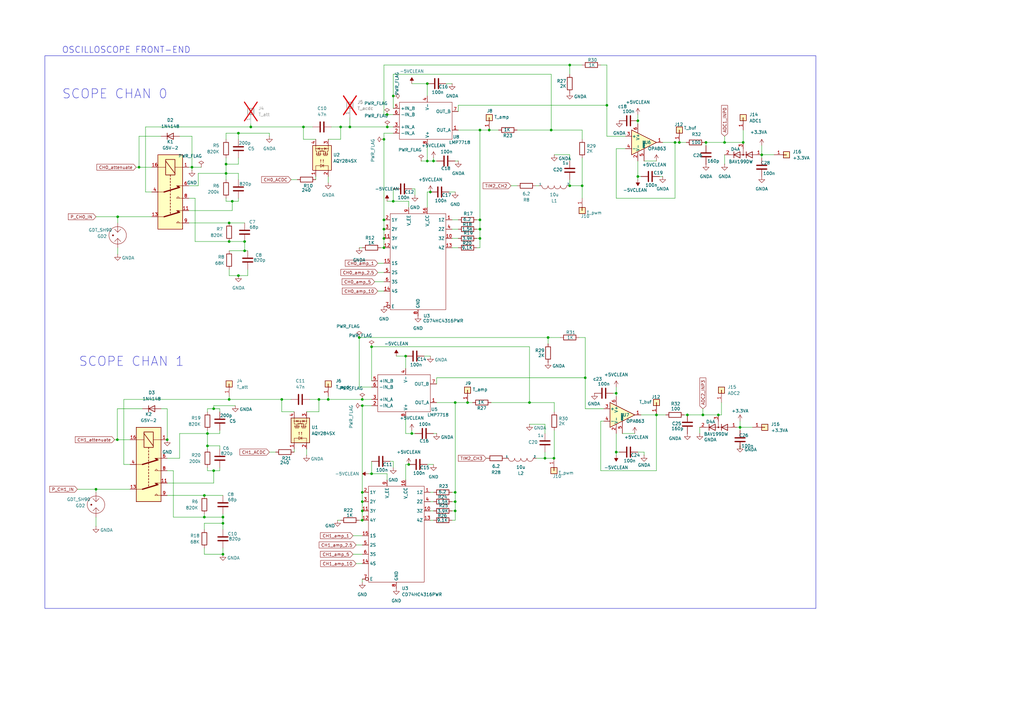
<source format=kicad_sch>
(kicad_sch (version 20250114) (generator "eeschema") (generator_version "9.0")
  (paper "A3")
  (rectangle (start 18.415 22.86) (end 334.645 249.555))
  (text "OSCILLOSCOPE FRONT-END" (at 25.4 22.098 0) (effects (font (size 2.54 2.54)) (justify left bottom)))
  (text "SCOPE CHAN 0\n" (at 25.4 40.894 0) (effects (font (size 3.81 3.81)) (justify left bottom)))
  (text "SCOPE CHAN 1" (at 32.258 150.622 0) (effects (font (size 3.81 3.81)) (justify left bottom)))
  (junction (at 304.8 58.42))
  (junction (at 261.62 49.53))
  (junction (at 167.64 190.5))
  (junction (at 93.98 99.06))
  (junction (at 39.37 200.66))
  (junction (at 85.09 182.88))
  (junction (at 157.48 90.17))
  (junction (at 233.68 26.67))
  (junction (at 91.44 212.09))
  (junction (at 157.48 57.15))
  (junction (at 134.62 163.83))
  (junction (at 196.85 90.17))
  (junction (at 92.71 71.12))
  (junction (at 161.29 39.37))
  (junction (at 83.82 212.09))
  (junction (at 157.48 101.6))
  (junction (at 130.81 163.83))
  (junction (at 48.26 88.9))
  (junction (at 186.69 165.1))
  (junction (at 83.82 203.2))
  (junction (at 196.85 53.34))
  (junction (at 100.33 102.87))
  (junction (at 115.57 163.83))
  (junction (at 85.09 177.8))
  (junction (at 48.133 180.34))
  (junction (at 161.29 82.55))
  (junction (at 158.75 46.99))
  (junction (at 87.63 167.64))
  (junction (at 196.85 93.98))
  (junction (at 186.69 201.93))
  (junction (at 176.53 78.74))
  (junction (at 148.59 201.93))
  (junction (at 294.64 170.18))
  (junction (at 157.48 97.79))
  (junction (at 157.48 93.98))
  (junction (at 102.87 52.07))
  (junction (at 166.37 146.05))
  (junction (at 93.98 91.44))
  (junction (at 139.7 52.07))
  (junction (at 175.26 34.29))
  (junction (at 191.77 165.1))
  (junction (at 152.4 194.31))
  (junction (at 289.56 58.42))
  (junction (at 252.73 161.29))
  (junction (at 288.29 170.18))
  (junction (at 148.59 213.36))
  (junction (at 68.58 180.34))
  (junction (at 281.94 170.18))
  (junction (at 148.59 209.55))
  (junction (at 87.63 193.04))
  (junction (at 303.53 175.26))
  (junction (at 100.33 99.06))
  (junction (at 240.03 154.94))
  (junction (at 186.69 209.55))
  (junction (at 217.17 165.1))
  (junction (at 224.79 138.43))
  (junction (at 223.52 187.96))
  (junction (at 91.44 214.63))
  (junction (at 227.203 187.96))
  (junction (at 297.18 58.42))
  (junction (at 124.46 52.07))
  (junction (at 97.79 113.03))
  (junction (at 248.92 43.18))
  (junction (at 158.8513 52.07))
  (junction (at 148.59 163.83))
  (junction (at 226.06 53.34))
  (junction (at 177.8 66.04))
  (junction (at 57.023 68.58))
  (junction (at 252.73 185.42))
  (junction (at 148.59 205.74))
  (junction (at 200.66 53.34))
  (junction (at 175.26 66.04))
  (junction (at 238.76 76.2))
  (junction (at 147.32 138.43))
  (junction (at 168.91 177.8))
  (junction (at 93.98 163.83))
  (junction (at 91.44 227.33))
  (junction (at 196.85 97.79))
  (junction (at 276.86 58.42))
  (junction (at 148.59 166.37))
  (junction (at 186.69 205.74))
  (junction (at 78.74 68.58))
  (junction (at 143.51 52.07))
  (junction (at 97.79 54.61))
  (junction (at 92.71 67.31))
  (junction (at 261.62 72.39))
  (junction (at 269.24 170.18))
  (junction (at 278.638 58.42))
  (junction (at 95.25 82.55))
  (junction (at 152.4 142.24))
  (junction (at 312.42 63.5))
  (junction (at 233.68 76.2))
  (wire (pts (xy 83.82 214.63) (xy 91.44 214.63)))
  (wire (pts (xy 162.56 146.05) (xy 166.37 146.05)))
  (wire (pts (xy 186.69 165.1) (xy 191.77 165.1)))
  (wire (pts (xy 179.07 165.1) (xy 186.69 165.1)))
  (wire (pts (xy 252.73 60.96) (xy 252.73 81.28)))
  (wire (pts (xy 125.73 184.15) (xy 125.73 186.69)))
  (wire (pts (xy 80.01 81.28) (xy 80.01 99.06)))
  (wire (pts (xy 87.63 167.64) (xy 90.17 167.64)))
  (wire (pts (xy 186.69 66.04) (xy 187.96 66.04)))
  (wire (pts (xy 92.71 71.12) (xy 92.71 67.31)))
  (wire (pts (xy 223.52 185.42) (xy 223.52 187.96)))
  (wire (pts (xy 196.85 53.34) (xy 200.66 53.34)))
  (wire (pts (xy 186.69 165.1) (xy 186.69 201.93)))
  (wire (pts (xy 31.75 200.66) (xy 39.37 200.66)))
  (wire (pts (xy 227.33 187.96) (xy 227.33 176.53)))
  (wire (pts (xy 83.82 227.33) (xy 91.44 227.33)))
  (wire (pts (xy 166.37 190.5) (xy 167.64 190.5)))
  (wire (pts (xy 85.09 193.04) (xy 85.09 191.77)))
  (wire (pts (xy 48.2346 104.267) (xy 48.26 101.6)))
  (wire (pts (xy 224.79 138.43) (xy 224.79 140.97)))
  (wire (pts (xy 77.47 81.28) (xy 80.01 81.28)))
  (wire (pts (xy 289.56 58.42) (xy 297.18 58.42)))
  (wire (pts (xy 115.57 163.83) (xy 119.38 163.83)))
  (wire (pts (xy 227.203 187.96) (xy 223.52 187.96)))
  (wire (pts (xy 148.59 201.93) (xy 148.59 205.74)))
  (wire (pts (xy 73.66 55.88) (xy 78.74 55.88)))
  (wire (pts (xy 85.09 182.88) (xy 90.17 182.88)))
  (wire (pts (xy 168.91 34.29) (xy 175.26 34.29)))
  (wire (pts (xy 176.53 205.74) (xy 177.8 205.74)))
  (wire (pts (xy 91.44 214.63) (xy 91.44 217.17)))
  (wire (pts (xy 227.33 187.96) (xy 227.203 187.96)))
  (wire (pts (xy 93.98 110.49) (xy 93.98 113.03)))
  (wire (pts (xy 81.28 76.2) (xy 81.28 71.12)))
  (wire (pts (xy 227.33 63.5) (xy 233.68 63.5)))
  (wire (pts (xy 297.18 55.88) (xy 297.18 58.42)))
  (wire (pts (xy 212.09 53.34) (xy 226.06 53.34)))
  (wire (pts (xy 289.052 58.42) (xy 289.56 58.42)))
  (wire (pts (xy 166.37 177.8) (xy 166.37 171.45)))
  (wire (pts (xy 303.53 172.72) (xy 303.53 175.26)))
  (wire (pts (xy 90.17 191.77) (xy 90.17 193.04)))
  (wire (pts (xy 68.58 180.34) (xy 68.58 167.64)))
  (wire (pts (xy 175.26 78.74) (xy 175.26 85.09)))
  (wire (pts (xy 110.49 185.42) (xy 113.03 185.42)))
  (wire (pts (xy 295.91 165.1) (xy 295.91 170.18)))
  (wire (pts (xy 233.68 63.5) (xy 233.68 66.04)))
  (wire (pts (xy 151.13 194.31) (xy 152.4 194.31)))
  (wire (pts (xy 252.73 161.29) (xy 252.73 162.56)))
  (wire (pts (xy 161.29 189.23) (xy 161.29 191.77)))
  (wire (pts (xy 248.92 26.67) (xy 248.92 43.18)))
  (wire (pts (xy 87.63 167.64) (xy 87.63 166.37)))
  (wire (pts (xy 129.54 72.39) (xy 129.54 73.66)))
  (wire (pts (xy 138.43 213.36) (xy 139.7 213.36)))
  (wire (pts (xy 77.47 91.44) (xy 93.98 91.44)))
  (wire (pts (xy 91.44 227.33) (xy 91.44 224.79)))
  (wire (pts (xy 144.78 219.71) (xy 148.59 219.71)))
  (wire (pts (xy 185.42 97.79) (xy 187.96 97.79)))
  (wire (pts (xy 261.62 72.39) (xy 261.62 73.66)))
  (wire (pts (xy 303.53 175.26) (xy 303.53 176.53)))
  (wire (pts (xy 252.73 185.42) (xy 254 185.42)))
  (wire (pts (xy 83.82 224.79) (xy 83.82 227.33)))
  (wire (pts (xy 175.26 34.29) (xy 175.26 39.37)))
  (wire (pts (xy 312.42 63.5) (xy 312.42 64.77)))
  (wire (pts (xy 152.4 166.37) (xy 148.59 166.37)))
  (wire (pts (xy 158.8513 52.07) (xy 161.29 52.07)))
  (wire (pts (xy 312.42 63.5) (xy 317.5 63.5)))
  (wire (pts (xy 92.71 64.77) (xy 92.71 67.31)))
  (wire (pts (xy 59.69 78.74) (xy 59.69 52.07)))
  (wire (pts (xy 100.33 102.87) (xy 100.33 99.06)))
  (wire (pts (xy 179.07 154.94) (xy 179.07 157.48)))
  (wire (pts (xy 77.47 86.36) (xy 95.25 86.36)))
  (wire (pts (xy 153.67 115.57) (xy 157.48 115.57)))
  (wire (pts (xy 185.42 34.29) (xy 182.88 34.29)))
  (wire (pts (xy 246.38 26.67) (xy 248.92 26.67)))
  (wire (pts (xy 185.42 93.98) (xy 187.96 93.98)))
  (wire (pts (xy 158.75 194.31) (xy 158.75 196.85)))
  (wire (pts (xy 95.25 86.36) (xy 95.25 82.55)))
  (wire (pts (xy 186.69 201.93) (xy 186.69 205.74)))
  (wire (pts (xy 209.55 76.2) (xy 212.09 76.2)))
  (wire (pts (xy 48.26 88.9) (xy 62.23 88.9)))
  (wire (pts (xy 271.78 58.42) (xy 276.86 58.42)))
  (wire (pts (xy 135.89 52.07) (xy 139.7 52.07)))
  (wire (pts (xy 157.48 26.67) (xy 157.48 46.99)))
  (wire (pts (xy 102.87 52.07) (xy 102.87 50.8)))
  (wire (pts (xy 48.133 167.64) (xy 58.42 167.64)))
  (wire (pts (xy 196.85 53.34) (xy 196.85 90.17)))
  (wire (pts (xy 256.54 60.96) (xy 252.73 60.96)))
  (wire (pts (xy 175.26 66.04) (xy 177.8 66.04)))
  (wire (pts (xy 187.96 43.18) (xy 187.96 45.72)))
  (wire (pts (xy 50.8 163.83) (xy 93.98 163.83)))
  (wire (pts (xy 252.73 177.8) (xy 252.73 185.42)))
  (wire (pts (xy 157.48 46.99) (xy 158.75 46.99)))
  (wire (pts (xy 152.4 194.31) (xy 158.75 194.31)))
  (wire (pts (xy 246.38 172.72) (xy 246.38 193.04)))
  (wire (pts (xy 129.54 57.15) (xy 124.46 57.15)))
  (wire (pts (xy 48.133 180.34) (xy 48.133 167.64)))
  (wire (pts (xy 276.86 58.42) (xy 278.638 58.42)))
  (wire (pts (xy 57.023 68.58) (xy 57.023 55.88)))
  (wire (pts (xy 120.65 168.91) (xy 115.57 168.91)))
  (wire (pts (xy 168.91 177.8) (xy 170.18 177.8)))
  (wire (pts (xy 233.68 76.2) (xy 238.76 76.2)))
  (wire (pts (xy 166.37 146.05) (xy 166.37 151.13)))
  (wire (pts (xy 196.85 97.79) (xy 196.85 101.6)))
  (wire (pts (xy 124.46 52.07) (xy 124.46 57.15)))
  (wire (pts (xy 91.44 214.63) (xy 91.44 212.09)))
  (wire (pts (xy 73.66 187.96) (xy 73.66 177.8)))
  (wire (pts (xy 158.75 82.55) (xy 161.29 82.55)))
  (wire (pts (xy 186.69 209.55) (xy 186.69 213.36)))
  (wire (pts (xy 57.023 68.58) (xy 62.23 68.58)))
  (wire (pts (xy 269.24 193.04) (xy 269.24 170.18)))
  (wire (pts (xy 199.39 187.96) (xy 199.644 187.96)))
  (wire (pts (xy 83.82 210.82) (xy 83.82 212.09)))
  (wire (pts (xy 264.16 185.42) (xy 264.16 186.69)))
  (wire (pts (xy 154.94 119.38) (xy 157.48 119.38)))
  (wire (pts (xy 161.29 82.55) (xy 167.64 82.55)))
  (wire (pts (xy 281.94 170.18) (xy 288.29 170.18)))
  (wire (pts (xy 97.79 54.61) (xy 97.79 57.15)))
  (wire (pts (xy 93.98 99.06) (xy 80.01 99.06)))
  (wire (pts (xy 157.48 57.15) (xy 157.48 90.17)))
  (wire (pts (xy 158.75 46.99) (xy 161.29 46.99)))
  (wire (pts (xy 68.58 193.04) (xy 71.12 193.04)))
  (wire (pts (xy 186.69 213.36) (xy 185.42 213.36)))
  (wire (pts (xy 157.48 54.61) (xy 157.48 57.15)))
  (wire (pts (xy 39.37 88.9) (xy 48.26 88.9)))
  (wire (pts (xy 166.37 190.5) (xy 166.37 196.85)))
  (wire (pts (xy 134.62 163.83) (xy 148.59 163.83)))
  (wire (pts (xy 219.964 187.96) (xy 223.52 187.96)))
  (wire (pts (xy 185.42 201.93) (xy 186.69 201.93)))
  (wire (pts (xy 224.79 138.43) (xy 229.87 138.43)))
  (wire (pts (xy 238.76 76.2) (xy 238.76 81.28)))
  (wire (pts (xy 55.88 68.58) (xy 57.023 68.58)))
  (wire (pts (xy 92.71 71.12) (xy 97.79 71.12)))
  (wire (pts (xy 68.58 198.12) (xy 87.63 198.12)))
  (wire (pts (xy 289.56 59.69) (xy 289.56 58.42)))
  (wire (pts (xy 85.09 177.8) (xy 85.09 182.88)))
  (wire (pts (xy 223.52 173.99) (xy 217.17 173.99)))
  (wire (pts (xy 148.59 237.49) (xy 148.59 238.76)))
  (wire (pts (xy 85.09 184.15) (xy 85.09 182.88)))
  (wire (pts (xy 152.4 189.23) (xy 152.4 194.31)))
  (wire (pts (xy 39.37 200.66) (xy 39.37 201.93)))
  (wire (pts (xy 186.69 209.55) (xy 185.42 209.55)))
  (wire (pts (xy 170.18 77.47) (xy 170.18 80.01)))
  (wire (pts (xy 68.58 187.96) (xy 73.66 187.96)))
  (wire (pts (xy 303.53 184.15) (xy 303.53 182.88)))
  (wire (pts (xy 176.53 201.93) (xy 177.8 201.93)))
  (wire (pts (xy 119.38 73.66) (xy 121.92 73.66)))
  (wire (pts (xy 195.58 90.17) (xy 196.85 90.17)))
  (wire (pts (xy 187.96 43.18) (xy 248.92 43.18)))
  (wire (pts (xy 269.24 170.18) (xy 273.05 170.18)))
  (wire (pts (xy 161.29 30.48) (xy 226.06 30.48)))
  (wire (pts (xy 68.58 167.64) (xy 66.04 167.64)))
  (wire (pts (xy 46.99 180.34) (xy 48.133 180.34)))
  (wire (pts (xy 156.21 101.6) (xy 157.48 101.6)))
  (wire (pts (xy 62.23 78.74) (xy 59.69 78.74)))
  (wire (pts (xy 166.37 177.8) (xy 168.91 177.8)))
  (wire (pts (xy 85.09 168.91) (xy 85.09 167.64)))
  (wire (pts (xy 83.82 203.2) (xy 91.44 203.2)))
  (wire (pts (xy 312.42 59.69) (xy 312.42 63.5)))
  (wire (pts (xy 92.71 67.31) (xy 97.79 67.31)))
  (wire (pts (xy 168.91 77.47) (xy 170.18 77.47)))
  (wire (pts (xy 196.85 90.17) (xy 196.85 93.98)))
  (wire (pts (xy 90.17 177.8) (xy 90.17 176.53)))
  (wire (pts (xy 146.05 223.52) (xy 148.59 223.52)))
  (wire (pts (xy 252.73 186.69) (xy 252.73 185.42)))
  (wire (pts (xy 78.74 68.58) (xy 82.55 68.58)))
  (wire (pts (xy 238.76 64.77) (xy 238.76 76.2)))
  (wire (pts (xy 271.78 72.39) (xy 270.51 72.39)))
  (wire (pts (xy 48.26 88.9) (xy 48.26 91.44)))
  (wire (pts (xy 127 163.83) (xy 130.81 163.83)))
  (wire (pts (xy 91.44 212.09) (xy 91.44 210.82)))
  (wire (pts (xy 48.133 180.34) (xy 53.34 180.34)))
  (wire (pts (xy 148.59 163.83) (xy 152.4 163.83)))
  (wire (pts (xy 143.51 48.26) (xy 143.51 52.07)))
  (wire (pts (xy 177.8 64.77) (xy 177.8 66.04)))
  (wire (pts (xy 185.42 205.74) (xy 186.69 205.74)))
  (wire (pts (xy 147.32 101.6) (xy 148.59 101.6)))
  (wire (pts (xy 303.53 175.26) (xy 308.61 175.26)))
  (wire (pts (xy 238.76 26.67) (xy 233.68 26.67)))
  (wire (pts (xy 97.79 113.03) (xy 101.6 113.03)))
  (wire (pts (xy 92.71 54.61) (xy 97.79 54.61)))
  (wire (pts (xy 134.62 57.15) (xy 139.7 57.15)))
  (wire (pts (xy 85.09 177.8) (xy 90.17 177.8)))
  (wire (pts (xy 147.32 138.43) (xy 147.32 158.75)))
  (wire (pts (xy 179.07 154.94) (xy 240.03 154.94)))
  (wire (pts (xy 161.29 39.37) (xy 161.29 30.48)))
  (wire (pts (xy 101.6 113.03) (xy 101.6 110.49)))
  (wire (pts (xy 97.79 54.61) (xy 110.49 54.61)))
  (wire (pts (xy 261.62 72.39) (xy 262.89 72.39)))
  (wire (pts (xy 93.98 113.03) (xy 97.79 113.03)))
  (wire (pts (xy 176.53 209.55) (xy 177.8 209.55)))
  (wire (pts (xy 90.17 193.04) (xy 87.63 193.04)))
  (wire (pts (xy 95.25 82.55) (xy 92.71 82.55)))
  (wire (pts (xy 240.03 138.43) (xy 240.03 154.94)))
  (wire (pts (xy 248.92 43.18) (xy 248.92 55.88)))
  (wire (pts (xy 227.33 165.1) (xy 217.17 165.1)))
  (wire (pts (xy 161.29 77.47) (xy 161.29 82.55)))
  (wire (pts (xy 78.74 68.58) (xy 77.47 68.58)))
  (wire (pts (xy 261.62 46.99) (xy 261.62 49.53)))
  (wire (pts (xy 147.32 158.75) (xy 152.4 158.75)))
  (wire (pts (xy 238.76 57.15) (xy 238.76 53.34)))
  (wire (pts (xy 92.71 71.12) (xy 92.71 73.66)))
  (wire (pts (xy 201.422 165.1) (xy 217.17 165.1)))
  (wire (pts (xy 93.98 99.06) (xy 100.33 99.06)))
  (wire (pts (xy 227.33 168.91) (xy 227.33 165.1)))
  (wire (pts (xy 157.48 26.67) (xy 233.68 26.67)))
  (wire (pts (xy 85.09 177.8) (xy 85.09 176.53)))
  (wire (pts (xy 219.71 76.2) (xy 220.98 76.2)))
  (wire (pts (xy 57.023 55.88) (xy 66.04 55.88)))
  (wire (pts (xy 73.66 177.8) (xy 85.09 177.8)))
  (wire (pts (xy 81.28 71.12) (xy 92.71 71.12)))
  (wire (pts (xy 217.17 142.24) (xy 217.17 165.1)))
  (wire (pts (xy 191.77 165.1) (xy 193.802 165.1)))
  (wire (pts (xy 240.03 154.94) (xy 240.03 167.64)))
  (wire (pts (xy 87.63 166.37) (xy 96.52 166.37)))
  (wire (pts (xy 139.7 52.07) (xy 143.51 52.07)))
  (wire (pts (xy 90.17 182.88) (xy 90.17 184.15)))
  (wire (pts (xy 120.65 184.15) (xy 120.65 185.42)))
  (wire (pts (xy 92.71 82.55) (xy 92.71 81.28)))
  (wire (pts (xy 161.29 54.61) (xy 157.48 54.61)))
  (wire (pts (xy 196.85 101.6) (xy 195.58 101.6)))
  (wire (pts (xy 83.82 217.17) (xy 83.82 214.63)))
  (wire (pts (xy 83.82 212.09) (xy 71.12 212.09)))
  (wire (pts (xy 185.42 90.17) (xy 187.96 90.17)))
  (wire (pts (xy 281.432 58.42) (xy 278.638 58.42)))
  (wire (pts (xy 200.66 53.34) (xy 204.47 53.34)))
  (wire (pts (xy 185.42 101.6) (xy 187.96 101.6)))
  (wire (pts (xy 147.32 138.43) (xy 224.79 138.43)))
  (wire (pts (xy 172.72 66.04) (xy 175.26 66.04)))
  (wire (pts (xy 261.62 49.53) (xy 261.62 50.8)))
  (wire (pts (xy 186.69 78.74) (xy 184.15 78.74)))
  (wire (pts (xy 223.52 177.8) (xy 223.52 173.99)))
  (wire (pts (xy 130.81 163.83) (xy 134.62 163.83)))
  (wire (pts (xy 288.29 170.18) (xy 294.64 170.18)))
  (wire (pts (xy 262.89 170.18) (xy 269.24 170.18)))
  (wire (pts (xy 195.58 93.98) (xy 196.85 93.98)))
  (wire (pts (xy 297.18 67.31) (xy 297.18 63.5)))
  (wire (pts (xy 92.71 54.61) (xy 92.71 57.15)))
  (wire (pts (xy 187.96 53.34) (xy 196.85 53.34)))
  (wire (pts (xy 196.85 97.79) (xy 195.58 97.79)))
  (wire (pts (xy 152.4 156.21) (xy 152.4 142.24)))
  (wire (pts (xy 160.02 189.23) (xy 161.29 189.23)))
  (wire (pts (xy 233.68 26.67) (xy 233.68 30.48)))
  (wire (pts (xy 125.73 168.91) (xy 130.81 168.91)))
  (wire (pts (xy 147.32 213.36) (xy 148.59 213.36)))
  (wire (pts (xy 87.63 193.04) (xy 85.09 193.04)))
  (wire (pts (xy 261.62 66.04) (xy 261.62 72.39)))
  (wire (pts (xy 85.09 167.64) (xy 87.63 167.64)))
  (wire (pts (xy 269.24 66.04) (xy 264.16 66.04)))
  (wire (pts (xy 93.98 163.83) (xy 115.57 163.83)))
  (wire (pts (xy 78.74 55.88) (xy 78.74 68.58)))
  (wire (pts (xy 97.79 81.28) (xy 97.79 82.55)))
  (wire (pts (xy 287.02 177.8) (xy 287.02 175.26)))
  (wire (pts (xy 146.05 231.14) (xy 148.59 231.14)))
  (wire (pts (xy 148.59 166.37) (xy 148.59 201.93)))
  (wire (pts (xy 248.92 55.88) (xy 256.54 55.88)))
  (wire (pts (xy 167.64 82.55) (xy 167.64 85.09)))
  (wire (pts (xy 110.49 54.61) (xy 110.49 55.88)))
  (wire (pts (xy 90.17 167.64) (xy 90.17 168.91)))
  (wire (pts (xy 39.37 212.09) (xy 39.37 215.9)))
  (wire (pts (xy 97.79 82.55) (xy 95.25 82.55)))
  (wire (pts (xy 176.53 213.36) (xy 177.8 213.36)))
  (wire (pts (xy 177.8 177.8) (xy 179.07 177.8)))
  (wire (pts (xy 97.79 71.12) (xy 97.79 73.66)))
  (wire (pts (xy 175.26 78.74) (xy 176.53 78.74)))
  (wire (pts (xy 304.8 53.34) (xy 304.8 58.42)))
  (wire (pts (xy 302.26 175.26) (xy 303.53 175.26)))
  (wire (pts (xy 39.37 200.66) (xy 53.34 200.66)))
  (wire (pts (xy 139.7 57.15) (xy 139.7 52.07)))
  (wire (pts (xy 247.65 172.72) (xy 246.38 172.72)))
  (wire (pts (xy 93.98 102.87) (xy 100.33 102.87)))
  (wire (pts (xy 157.48 93.98) (xy 157.48 97.79)))
  (wire (pts (xy 255.27 177.8) (xy 260.35 177.8)))
  (wire (pts (xy 297.18 58.42) (xy 304.8 58.42)))
  (wire (pts (xy 251.46 161.29) (xy 252.73 161.29)))
  (wire (pts (xy 53.34 190.5) (xy 50.8 190.5)))
  (wire (pts (xy 59.69 52.07) (xy 102.87 52.07)))
  (wire (pts (xy 237.49 138.43) (xy 240.03 138.43)))
  (wire (pts (xy 50.8 190.5) (xy 50.8 163.83)))
  (wire (pts (xy 68.58 203.2) (xy 83.82 203.2)))
  (wire (pts (xy 177.8 66.04) (xy 179.07 66.04)))
  (wire (pts (xy 246.38 193.04) (xy 269.24 193.04)))
  (wire (pts (xy 176.53 146.05) (xy 173.99 146.05)))
  (wire (pts (xy 148.59 209.55) (xy 148.59 213.36)))
  (wire (pts (xy 252.73 81.28) (xy 276.86 81.28)))
  (wire (pts (xy 261.62 185.42) (xy 264.16 185.42)))
  (wire (pts (xy 252.73 158.75) (xy 252.73 161.29)))
  (wire (pts (xy 102.87 52.07) (xy 124.46 52.07)))
  (wire (pts (xy 240.03 167.64) (xy 247.65 167.64)))
  (wire (pts (xy 71.12 193.04) (xy 71.12 212.09)))
  (wire (pts (xy 175.26 66.04) (xy 175.26 59.69)))
  (wire (pts (xy 161.29 44.45) (xy 161.29 39.37)))
  (wire (pts (xy 97.79 67.31) (xy 97.79 64.77)))
  (wire (pts (xy 130.81 168.91) (xy 130.81 163.83)))
  (wire (pts (xy 148.59 205.74) (xy 148.59 209.55)))
  (wire (pts (xy 294.64 170.18) (xy 295.91 170.18)))
  (wire (pts (xy 157.48 90.17) (xy 157.48 93.98)))
  (wire (pts (xy 93.98 163.83) (xy 93.98 162.56)))
  (wire (pts (xy 134.62 163.83) (xy 134.62 162.56)))
  (wire (pts (xy 157.48 97.79) (xy 157.48 101.6)))
  (wire (pts (xy 226.06 30.48) (xy 226.06 53.34)))
  (wire (pts (xy 288.29 167.64) (xy 288.29 170.18)))
  (wire (pts (xy 100.33 102.87) (xy 101.6 102.87)))
  (wire (pts (xy 276.86 58.42) (xy 276.86 81.28)))
  (wire (pts (xy 186.69 205.74) (xy 186.69 209.55)))
  (wire (pts (xy 281.94 170.18) (xy 280.67 170.18)))
  (wire (pts (xy 78.74 69.85) (xy 78.74 68.58)))
  (wire (pts (xy 143.51 52.07) (xy 158.8513 52.07)))
  (wire (pts (xy 154.94 111.76) (xy 157.48 111.76)))
  (wire (pts (xy 168.91 176.53) (xy 168.91 177.8)))
  (wire (pts (xy 177.8 190.5) (xy 175.26 190.5)))
  (wire (pts (xy 152.4 142.24) (xy 217.17 142.24)))
  (wire (pts (xy 124.46 52.07) (xy 128.27 52.07)))
  (wire (pts (xy 83.82 212.09) (xy 91.44 212.09)))
  (wire (pts (xy 144.78 227.33) (xy 148.59 227.33)))
  (wire (pts (xy 134.62 72.39) (xy 134.62 74.93)))
  (wire (pts (xy 233.68 73.66) (xy 233.68 76.2)))
  (wire (pts (xy 196.85 93.98) (xy 196.85 97.79)))
  (wire (pts (xy 115.57 168.91) (xy 115.57 163.83)))
  (wire (pts (xy 154.94 107.95) (xy 157.48 107.95)))
  (wire (pts (xy 238.76 53.34) (xy 226.06 53.34)))
  (wire (pts (xy 87.63 198.12) (xy 87.63 193.04)))
  (wire (pts (xy 93.98 91.44) (xy 100.33 91.44)))
  (wire (pts (xy 77.47 76.2) (xy 81.28 76.2)))
  (global_label "CH1_amp_1" (shape input) (at 144.78 219.71 180) (property "Intersheetrefs" "${INTERSHEET_REFS}" (effects (hide yes))))
  (global_label "P_CH0_IN" (shape input) (at 39.37 88.9 180) (property "Intersheetrefs" "${INTERSHEET_REFS}" (effects (hide yes))))
  (global_label "ADC1_INP0" (shape input) (at 297.18 55.88 90) (property "Intersheetrefs" "${INTERSHEET_REFS}" (effects (hide yes))))
  (global_label "CH1_attenuate" (shape input) (at 46.99 180.34 180) (property "Intersheetrefs" "${INTERSHEET_REFS}" (effects (hide yes))))
  (global_label "CH0_ACDC" (shape input) (at 119.38 73.66 180) (property "Intersheetrefs" "${INTERSHEET_REFS}" (effects (hide yes))))
  (global_label "CH1_ACDC" (shape input) (at 110.49 185.42 180) (property "Intersheetrefs" "${INTERSHEET_REFS}" (effects (hide yes))))
  (global_label "CH0_amp_2.5" (shape input) (at 154.94 111.76 180) (property "Intersheetrefs" "${INTERSHEET_REFS}" (effects (hide yes))))
  (global_label "CH1_amp_5" (shape input) (at 144.78 227.33 180) (property "Intersheetrefs" "${INTERSHEET_REFS}" (effects (hide yes))))
  (global_label "CH1_amp_10" (shape input) (at 146.05 231.14 180) (property "Intersheetrefs" "${INTERSHEET_REFS}" (effects (hide yes))))
  (global_label "CH1_amp_2.5" (shape input) (at 146.05 223.52 180) (property "Intersheetrefs" "${INTERSHEET_REFS}" (effects (hide yes))))
  (global_label "CH0_attenuate" (shape input) (at 55.88 68.58 180) (property "Intersheetrefs" "${INTERSHEET_REFS}" (effects (hide yes))))
  (global_label "CH0_amp_1" (shape input) (at 154.94 107.95 180) (property "Intersheetrefs" "${INTERSHEET_REFS}" (effects (hide yes))))
  (global_label "CH0_amp_5" (shape input) (at 153.67 115.57 180) (property "Intersheetrefs" "${INTERSHEET_REFS}" (effects (hide yes))))
  (global_label "TIM2_CH2" (shape input) (at 209.55 76.2 180) (property "Intersheetrefs" "${INTERSHEET_REFS}" (effects (hide yes))))
  (global_label "CH0_amp_10" (shape input) (at 154.94 119.38 180) (property "Intersheetrefs" "${INTERSHEET_REFS}" (effects (hide yes))))
  (global_label "ADC2_INP3" (shape input) (at 288.29 167.64 90) (property "Intersheetrefs" "${INTERSHEET_REFS}" (effects (hide yes))))
  (global_label "P_CH1_IN" (shape input) (at 31.75 200.66 180) (property "Intersheetrefs" "${INTERSHEET_REFS}" (effects (hide yes))))
  (global_label "TIM2_CH3" (shape input) (at 199.39 187.96 180) (property "Intersheetrefs" "${INTERSHEET_REFS}" (effects (hide yes))))
  (symbol (lib_id "power:GND") (at 148.59 238.76 0) (unit 1)
    (property "Reference" "#PWR013" (effects (hide yes)))
    (property "Value" "GND" (at 148.59 243.84 0))
  )
  (symbol (lib_id "power:+3.3V") (at 312.42 59.69 0) (unit 1)
    (property "Reference" "#PWR040" (effects (hide yes)))
    (property "Value" "+3.3VA" (at 311.15 54.229 0))
  )
  (symbol (lib_id "power:GNDA") (at 297.18 67.31 0) (unit 1)
    (property "Reference" "#PWR050" (effects (hide yes)))
    (property "Value" "GNDA" (at 297.18 72.39 0))
  )
  (symbol (lib_id "Connector_Generic:Conn_01x01") (at 200.66 48.26 90) (unit 1)
    (property "Reference" "J8" (at 199.644 45.466 90) (effects (justify right)))
    (property "Value" "T_amp" (at 202.692 48.006 90) (effects (justify right)))
    (property "Footprint" "Connector_PinHeader_2.54mm:PinHeader_1x01_P2.54mm_Vertical" (effects (hide yes)))
  )
  (symbol (lib_id "Device:R") (at 83.82 207.01 0) (mirror x) (unit 1)
    (property "Reference" "R6" (at 81.28 205.7399 0) (effects (justify right)))
    (property "Value" "820K" (at 81.28 208.2799 0) (effects (justify right)))
    (property "Footprint" "Resistor_SMD:R_0603_1608Metric_Pad0.98x0.95mm_HandSolder" (effects (hide yes)))
  )
  (symbol (lib_id "power:GNDA") (at 97.79 113.03 0) (unit 1)
    (property "Reference" "#PWR07" (effects (hide yes)))
    (property "Value" "GNDA" (at 97.79 118.11 0))
  )
  (symbol (lib_id "Device:C") (at 179.07 34.29 90) (unit 1)
    (property "Reference" "C16" (at 181.864 35.56 90))
    (property "Value" "100n" (at 179.5272 37.846 90))
    (property "Footprint" "Capacitor_SMD:C_0603_1608Metric_Pad1.08x0.95mm_HandSolder" (effects (hide yes)))
  )
  (symbol (lib_id "power:-5V") (at 158.75 82.55 0) (unit 1)
    (property "Reference" "#PWR016" (effects (hide yes)))
    (property "Value" "-5VCLEAN" (at 158.75 77.47 0))
  )
  (symbol (lib_id "Device:R") (at 181.61 201.93 90) (unit 1)
    (property "Reference" "R23" (at 181.8894 199.4154 90))
    (property "Value" "6.2" (at 181.4322 201.7268 90))
    (property "Footprint" "Resistor_SMD:R_0603_1608Metric_Pad0.98x0.95mm_HandSolder" (effects (hide yes)))
  )
  (symbol (lib_id "power:PWR_FLAG") (at 157.48 57.15 90) (unit 1)
    (property "Reference" "#FLG06" (effects (hide yes)))
    (property "Value" "PWR_FLAG" (at 152.908 61.722 0))
  )
  (symbol (lib_id "Device:R") (at 191.77 90.17 90) (unit 1)
    (property "Reference" "R17" (at 192.0494 87.6554 90))
    (property "Value" "6.2" (at 191.5922 89.9668 90))
    (property "Footprint" "Resistor_SMD:R_0603_1608Metric_Pad0.98x0.95mm_HandSolder" (effects (hide yes)))
  )
  (symbol (lib_id "Device:R") (at 83.82 220.98 0) (mirror x) (unit 1)
    (property "Reference" "R18" (at 81.915 219.7099 0) (effects (justify right)))
    (property "Value" "68K" (at 81.915 222.2499 0) (effects (justify right)))
    (property "Footprint" "Resistor_SMD:R_0603_1608Metric_Pad0.98x0.95mm_HandSolder" (effects (hide yes)))
  )
  (symbol (lib_id "Device:R") (at 181.61 209.55 90) (unit 1)
    (property "Reference" "R25" (at 181.8894 207.3148 90))
    (property "Value" "3.9K" (at 181.61 209.55 90))
    (property "Footprint" "Resistor_SMD:R_0603_1608Metric_Pad0.98x0.95mm_HandSolder" (effects (hide yes)))
  )
  (symbol (lib_id "power:GNDA") (at 224.79 148.59 0) (unit 1)
    (property "Reference" "#PWR034" (effects (hide yes)))
    (property "Value" "GNDA" (at 229.108 150.114 0))
  )
  (symbol (lib_id "Device:C") (at 266.7 72.39 90) (unit 1)
    (property "Reference" "C19" (at 270.002 70.866 90))
    (property "Value" "100n" (at 267.1572 75.946 90))
    (property "Footprint" "Capacitor_SMD:C_0603_1608Metric_Pad1.08x0.95mm_HandSolder" (effects (hide yes)))
  )
  (symbol (lib_id "Device:R") (at 233.68 34.29 0) (unit 1)
    (property "Reference" "R27" (at 228.346 33.274 0) (effects (justify left)))
    (property "Value" "2K" (at 229.616 35.306 0) (effects (justify left)))
    (property "Footprint" "Resistor_SMD:R_0603_1608Metric_Pad0.98x0.95mm_HandSolder" (effects (hide yes)))
  )
  (symbol (lib_name "PWR_FLAG_8") (lib_id "power:PWR_FLAG") (at 158.75 46.99 0) (unit 1)
    (property "Reference" "#FLG07" (effects (hide yes)))
    (property "Value" "PWR_FLAG" (at 154.178 42.418 0))
  )
  (symbol (lib_name "-5V_5") (lib_id "power:-5V") (at 261.62 73.66 180) (unit 1)
    (property "Reference" "#PWR041" (effects (hide yes)))
    (property "Value" "-5VCLEAN" (at 255.524 77.978 0) (effects (justify right)))
  )
  (symbol (lib_id "Connector_Generic:Conn_01x01") (at 313.69 175.26 0) (unit 1)
    (property "Reference" "J16" (at 316.23 173.9899 0) (effects (justify left)))
    (property "Value" "+3.3VA" (at 316.23 176.5299 0) (effects (justify left)))
    (property "Footprint" "Connector_PinHeader_2.54mm:PinHeader_1x01_P2.54mm_Vertical" (effects (hide yes)))
  )
  (symbol (lib_id "Device:GDT_2Pin") (at 48.26 96.52 180) (unit 1)
    (property "Reference" "GD2" (at 39.878 96.901 0) (effects (justify right)))
    (property "Value" "GDT_SH90" (at 36.322 94.361 0) (effects (justify right)))
    (property "Footprint" "userfp:GDT_SH_LTF" (effects (hide yes)))
  )
  (symbol (lib_id "power:GNDA") (at 179.07 177.8 0) (unit 1)
    (property "Reference" "#PWR029" (effects (hide yes)))
    (property "Value" "GNDA" (at 183.388 179.324 0))
  )
  (symbol (lib_id "power:GNDA") (at 233.68 38.1 0) (unit 1)
    (property "Reference" "#PWR036" (effects (hide yes)))
    (property "Value" "GNDA" (at 237.998 39.624 0))
  )
  (symbol (lib_id "Relay:G5V-2") (at 69.85 78.74 270) (unit 1)
    (property "Reference" "K1" (at 69.85 58.1406 90))
    (property "Value" "G5V-2" (at 69.85 60.6806 90))
    (property "Footprint" "Relay_THT:Relay_DPDT_Omron_G5V-2" (effects (hide yes)))
    (property "Datasheet" "http://omronfs.omron.com/en_US/ecb/products/pdf/en-g5v_2.pdf" (effects (hide yes)))
  )
  (symbol (lib_id "Device:R") (at 233.68 138.43 90) (unit 1)
    (property "Reference" "R31" (at 234.0864 136.3726 90))
    (property "Value" "1K" (at 233.8832 138.4554 90))
    (property "Footprint" "Resistor_SMD:R_0603_1608Metric_Pad0.98x0.95mm_HandSolder" (effects (hide yes)))
  )
  (symbol (lib_id "Relay_SolidState:TLP3123") (at 132.08 64.77 90) (unit 1)
    (property "Reference" "U2" (at 136.652 63.4999 90) (effects (justify right)))
    (property "Value" "AQY284SX" (at 136.652 66.0399 90) (effects (justify right)))
    (property "Footprint" "Package_SO:SOP-4_3.8x4.1mm_P2.54mm" (effects (hide yes)))
    (property "Datasheet" "https://toshiba.semicon-storage.com/info/docget.jsp?did=10047&prodName=TLP3123" (effects (hide yes)))
  )
  (symbol (lib_id "power:GNDA") (at 287.02 177.8 0) (unit 1)
    (property "Reference" "#PWR048" (effects (hide yes)))
    (property "Value" "GNDA" (at 291.338 180.34 0))
  )
  (symbol (lib_id "Device:R") (at 93.98 106.68 0) (mirror x) (unit 1)
    (property "Reference" "R8" (at 92.075 105.4099 0) (effects (justify right)))
    (property "Value" "68K" (at 92.075 107.9499 0) (effects (justify right)))
    (property "Footprint" "Resistor_SMD:R_0603_1608Metric_Pad0.98x0.95mm_HandSolder" (effects (hide yes)))
  )
  (symbol (lib_id "Device:C") (at 303.53 180.34 0) (unit 1)
    (property "Reference" "C26" (at 305.054 178.562 0))
    (property "Value" "100n" (at 306.578 182.88 0))
    (property "Footprint" "Capacitor_SMD:C_0603_1608Metric_Pad1.08x0.95mm_HandSolder" (effects (hide yes)))
  )
  (symbol (lib_id "Device:R") (at 191.77 101.6 90) (unit 1)
    (property "Reference" "R20" (at 191.5922 99.7458 90))
    (property "Value" "9.1K" (at 191.5922 101.6 90))
    (property "Footprint" "Resistor_SMD:R_0603_1608Metric_Pad0.98x0.95mm_HandSolder" (effects (hide yes)))
  )
  (symbol (lib_id "Device:R") (at 285.242 58.42 90) (unit 1)
    (property "Reference" "R32" (at 285.623 55.0926 90))
    (property "Value" "100" (at 285.496 58.3946 90))
    (property "Footprint" "Resistor_SMD:R_0603_1608Metric_Pad0.98x0.95mm_HandSolder" (effects (hide yes)))
  )
  (symbol (lib_id "Device:R") (at 92.71 77.47 0) (mirror y) (unit 1)
    (property "Reference" "R6" (at 90.0176 76.1999 0) (effects (justify left)))
    (property "Value" "200k" (at 90.0176 78.7399 0) (effects (justify left)))
    (property "Footprint" "Resistor_SMD:R_0603_1608Metric_Pad0.98x0.95mm_HandSolder" (effects (hide yes)))
  )
  (symbol (lib_id "power:GNDA") (at 289.56 67.31 0) (unit 1)
    (property "Reference" "#PWR049" (effects (hide yes)))
    (property "Value" "GNDA" (at 289.56 72.39 0))
  )
  (symbol (lib_id "power:GNDA") (at 185.42 34.29 0) (unit 1)
    (property "Reference" "#PWR030" (effects (hide yes)))
    (property "Value" "GNDA" (at 185.42 39.37 0))
  )
  (symbol (lib_name "GND_8") (lib_id "power:GND") (at 186.69 78.74 0) (unit 1)
    (property "Reference" "#PWR031" (effects (hide yes)))
    (property "Value" "GND" (at 186.69 83.82 0))
  )
  (symbol (lib_id "power:GNDA") (at 96.52 166.37 0) (unit 1)
    (property "Reference" "#PWR06" (effects (hide yes)))
    (property "Value" "GNDA" (at 100.838 167.894 0))
  )
  (symbol (lib_id "Device:C") (at 91.44 220.98 0) (mirror y) (unit 1)
    (property "Reference" "C10" (at 97.282 218.948 0) (effects (justify left)))
    (property "Value" "820p" (at 98.806 220.98 0) (effects (justify left)))
    (property "Footprint" "Capacitor_SMD:C_0603_1608Metric_Pad1.08x0.95mm_HandSolder" (effects (hide yes)))
  )
  (symbol (lib_id "Device:C") (at 289.56 63.5 0) (unit 1)
    (property "Reference" "C26" (at 284.226 63.754 0) (effects (justify left)))
    (property "Value" "160p" (at 290.068 66.04 0) (effects (justify left)))
    (property "Footprint" "Capacitor_SMD:C_0603_1608Metric_Pad1.08x0.95mm_HandSolder" (effects (hide yes)))
  )
  (symbol (lib_id "Connector_Generic:Conn_01x01") (at 143.51 43.18 90) (unit 1) (dnp yes)
    (property "Reference" "J5" (at 146.558 41.9099 90) (effects (justify right)))
    (property "Value" "T_acdc" (at 146.558 44.4499 90) (effects (justify right)))
    (property "Footprint" "Connector_PinHeader_2.54mm:PinHeader_1x01_P2.54mm_Vertical" (effects (hide yes)))
  )
  (symbol (lib_id "Connector_Generic:Conn_01x01") (at 278.638 53.34 90) (unit 1)
    (property "Reference" "J12" (at 276.606 51.054 90) (effects (justify right)))
    (property "Value" "T_buf" (at 280.416 52.451 90) (effects (justify right)))
    (property "Footprint" "Connector_PinHeader_2.54mm:PinHeader_1x01_P2.54mm_Vertical" (effects (hide yes)))
  )
  (symbol (lib_id "Device:R") (at 238.76 60.96 0) (mirror x) (unit 1)
    (property "Reference" "R29" (at 240.538 59.944 0) (effects (justify left)))
    (property "Value" "2K" (at 240.538 61.976 0) (effects (justify left)))
    (property "Footprint" "Resistor_SMD:R_0603_1608Metric_Pad0.98x0.95mm_HandSolder" (effects (hide yes)))
  )
  (symbol (lib_name "GND_7") (lib_id "power:GND") (at 170.18 80.01 0) (unit 1)
    (property "Reference" "#PWR023" (effects (hide yes)))
    (property "Value" "GND" (at 170.18 85.09 0))
  )
  (symbol (lib_id "power:+5V") (at 167.64 190.5 0) (unit 1)
    (property "Reference" "#PWR020" (effects (hide yes)))
    (property "Value" "+5VCLEAN" (at 167.64 185.42 0))
  )
  (symbol (lib_name "PWR_FLAG_7") (lib_id "power:PWR_FLAG") (at 158.8513 52.07 0) (unit 1)
    (property "Reference" "#FLG08" (effects (hide yes)))
    (property "Value" "PWR_FLAG" (at 154.2793 47.498 0))
  )
  (symbol (lib_name "PWR_FLAG_9") (lib_id "power:PWR_FLAG") (at 82.55 68.58 0) (unit 1)
    (property "Reference" "#FLG01" (effects (hide yes)))
    (property "Value" "PWR_FLAG" (at 77.978 64.008 0))
  )
  (symbol (lib_id "power:GNDA") (at 39.37 215.9 0) (unit 1)
    (property "Reference" "#PWR01" (effects (hide yes)))
    (property "Value" "GNDA" (at 43.688 217.424 0))
  )
  (symbol (lib_name "GND_6") (lib_id "power:GND") (at 177.8 190.5 0) (unit 1)
    (property "Reference" "#PWR028" (effects (hide yes)))
    (property "Value" "GND" (at 177.8 195.58 0))
  )
  (symbol (lib_id "Connector_Generic:Conn_01x01") (at 269.24 165.1 90) (unit 1)
    (property "Reference" "J12" (at 267.208 162.814 90) (effects (justify right)))
    (property "Value" "T_buf" (at 262.128 164.846 90) (effects (justify right)))
    (property "Footprint" "Connector_PinHeader_2.54mm:PinHeader_1x01_P2.54mm_Vertical" (effects (hide yes)))
  )
  (symbol (lib_id "Connector_Generic:Conn_01x01") (at 102.87 45.72 90) (unit 1) (dnp yes)
    (property "Reference" "J4" (at 105.918 44.4499 90) (effects (justify right)))
    (property "Value" "T_att" (at 105.918 46.9899 90) (effects (justify right)))
    (property "Footprint" "Connector_PinHeader_2.54mm:PinHeader_1x01_P2.54mm_Vertical" (effects (hide yes)))
  )
  (symbol (lib_id "Device:R") (at 224.79 144.78 0) (unit 1)
    (property "Reference" "R29" (at 219.456 143.764 0) (effects (justify left)))
    (property "Value" "2K" (at 220.726 145.796 0) (effects (justify left)))
    (property "Footprint" "Resistor_SMD:R_0603_1608Metric_Pad0.98x0.95mm_HandSolder" (effects (hide yes)))
  )
  (symbol (lib_id "Device:C") (at 171.45 190.5 90) (unit 1)
    (property "Reference" "C15" (at 174.244 191.77 90))
    (property "Value" "100n" (at 171.9072 194.056 90))
    (property "Footprint" "Capacitor_SMD:C_0603_1608Metric_Pad1.08x0.95mm_HandSolder" (effects (hide yes)))
  )
  (symbol (lib_name "+5V_7") (lib_id "power:+5V") (at 168.91 176.53 0) (unit 1)
    (property "Reference" "#PWR022" (effects (hide yes)))
    (property "Value" "+5VCLEAN" (at 168.91 171.45 0))
  )
  (symbol (lib_id "Device:R") (at 227.33 172.72 0) (mirror x) (unit 1)
    (property "Reference" "R30" (at 229.108 171.704 0) (effects (justify left)))
    (property "Value" "2K" (at 229.108 173.736 0) (effects (justify left)))
    (property "Footprint" "Resistor_SMD:R_0603_1608Metric_Pad0.98x0.95mm_HandSolder" (effects (hide yes)))
  )
  (symbol (lib_id "Diode:1N4148") (at 62.23 167.64 0) (unit 1)
    (property "Reference" "D3" (at 62.23 161.036 0))
    (property "Value" "1N4148" (at 62.23 163.576 0))
    (property "Footprint" "Diode_THT:D_DO-35_SOD27_P7.62mm_Horizontal" (effects (hide yes)))
    (property "Datasheet" "https://assets.nexperia.com/documents/data-sheet/1N4148_1N4448.pdf" (effects (hide yes)))
  )
  (symbol (lib_id "Device:C") (at 100.33 95.25 0) (mirror y) (unit 1)
    (property "Reference" "C7" (at 104.8512 91.0336 0) (effects (justify left)))
    (property "Value" "68p" (at 106.0704 93.1672 0) (effects (justify left)))
    (property "Footprint" "Capacitor_SMD:C_0603_1608Metric_Pad1.08x0.95mm_HandSolder" (effects (hide yes)))
  )
  (symbol (lib_id "Device:R") (at 93.98 95.25 0) (mirror x) (unit 1)
    (property "Reference" "R7" (at 91.44 93.9799 0) (effects (justify right)))
    (property "Value" "820K" (at 91.44 96.5199 0) (effects (justify right)))
    (property "Footprint" "Resistor_SMD:R_0603_1608Metric_Pad0.98x0.95mm_HandSolder" (effects (hide yes)))
  )
  (symbol (lib_id "Diode:BAV199DW") (at 304.8 63.5 180) (unit 1)
    (property "Reference" "D4" (at 303.53 61.214 0) (effects (justify left)))
    (property "Value" "BAV199DW" (at 308.864 66.294 0) (effects (justify left)))
    (property "Footprint" "Package_TO_SOT_SMD:SOT-363_SC-70-6_Handsoldering" (effects (hide yes)))
    (property "Datasheet" "https://www.diodes.com/assets/Datasheets/ds30417.pdf" (effects (hide yes)))
  )
  (symbol (lib_id "Device:R") (at 242.57 26.67 90) (unit 1)
    (property "Reference" "R30" (at 242.9764 24.6126 90))
    (property "Value" "1K" (at 242.7732 26.6954 90))
    (property "Footprint" "Resistor_SMD:R_0603_1608Metric_Pad0.98x0.95mm_HandSolder" (effects (hide yes)))
  )
  (symbol (lib_name "1N4148_1") (lib_id "Diode:1N4148") (at 69.85 55.88 0) (unit 1)
    (property "Reference" "D2" (at 69.85 49.276 0))
    (property "Value" "1N4148" (at 69.85 51.816 0))
    (property "Footprint" "Diode_THT:D_DO-35_SOD27_P7.62mm_Horizontal" (effects (hide yes)))
    (property "Datasheet" "https://assets.nexperia.com/documents/data-sheet/1N4148_1N4448.pdf" (effects (hide yes)))
  )
  (symbol (lib_id "power:GNDA") (at 264.16 186.69 0) (unit 1)
    (property "Reference" "#PWR045" (effects (hide yes)))
    (property "Value" "GNDA" (at 264.16 190.754 0))
  )
  (symbol (lib_name "-5V_4") (lib_id "power:-5V") (at 168.91 34.29 0) (unit 1)
    (property "Reference" "#PWR021" (effects (hide yes)))
    (property "Value" "-5VCLEAN" (at 168.91 29.21 0))
  )
  (symbol (lib_id "power:GNDA") (at 91.44 227.33 0) (unit 1)
    (property "Reference" "#PWR05" (effects (hide yes)))
    (property "Value" "GNDA" (at 95.758 228.854 0))
  )
  (symbol (lib_id "Device:C") (at 182.88 66.04 90) (unit 1)
    (property "Reference" "C18" (at 182.88 69.088 90))
    (property "Value" "100n" (at 183.134 62.23 90))
    (property "Footprint" "Capacitor_SMD:C_0603_1608Metric_Pad1.08x0.95mm_HandSolder" (effects (hide yes)))
  )
  (symbol (lib_id "Device:C") (at 91.44 207.01 0) (mirror y) (unit 1)
    (property "Reference" "C8" (at 95.9612 202.7936 0) (effects (justify left)))
    (property "Value" "68p" (at 97.1804 204.9272 0) (effects (justify left)))
    (property "Footprint" "Capacitor_SMD:C_0603_1608Metric_Pad1.08x0.95mm_HandSolder" (effects (hide yes)))
  )
  (symbol (lib_id "Device:R") (at 181.61 205.74 90) (unit 1)
    (property "Reference" "R24" (at 181.5084 203.7842 90))
    (property "Value" "1.5K" (at 181.61 205.74 90))
    (property "Footprint" "Resistor_SMD:R_0603_1608Metric_Pad0.98x0.95mm_HandSolder" (effects (hide yes)))
  )
  (symbol (lib_name "GND_4") (lib_id "power:GND") (at 171.45 129.54 0) (unit 1)
    (property "Reference" "#PWR024" (effects (hide yes)))
    (property "Value" "GND" (at 171.45 134.62 0))
  )
  (symbol (lib_id "Device:R") (at 152.4 101.6 90) (unit 1)
    (property "Reference" "R12" (at 153.67 97.536 90) (effects (justify left)))
    (property "Value" "1K" (at 153.67 99.568 90) (effects (justify left)))
    (property "Footprint" "Resistor_SMD:R_0603_1608Metric_Pad0.98x0.95mm_HandSolder" (effects (hide yes)))
  )
  (symbol (lib_id "Device:R") (at 125.73 73.66 270) (unit 1)
    (property "Reference" "R10" (at 124.46 76.2 90) (effects (justify left)))
    (property "Value" "240" (at 123.698 77.978 90) (effects (justify left)))
    (property "Footprint" "Resistor_SMD:R_0603_1608Metric_Pad0.98x0.95mm_HandSolder" (effects (hide yes)))
  )
  (symbol (lib_id "power:GNDA") (at 134.62 74.93 0) (unit 1)
    (property "Reference" "#PWR010" (effects (hide yes)))
    (property "Value" "GNDA" (at 134.62 80.01 0))
  )
  (symbol (lib_id "power:GNDA") (at 243.84 161.29 0) (unit 1)
    (property "Reference" "#PWR037" (effects (hide yes)))
    (property "Value" "GNDA" (at 243.586 165.608 0))
  )
  (symbol (lib_id "Device:R") (at 143.51 213.36 90) (unit 1)
    (property "Reference" "R22" (at 144.78 209.296 90) (effects (justify left)))
    (property "Value" "1K" (at 144.78 211.328 90) (effects (justify left)))
    (property "Footprint" "Resistor_SMD:R_0603_1608Metric_Pad0.98x0.95mm_HandSolder" (effects (hide yes)))
  )
  (symbol (lib_name "+3.3V_1") (lib_id "power:+3.3V") (at 303.53 172.72 0) (unit 1)
    (property "Reference" "#PWR049" (effects (hide yes)))
    (property "Value" "+3.3VA" (at 303.53 168.529 0))
  )
  (symbol (lib_id "power:GNDA") (at 227.33 63.5 0) (unit 1)
    (property "Reference" "#PWR035" (effects (hide yes)))
    (property "Value" "GNDA" (at 231.648 65.024 0))
  )
  (symbol (lib_id "Device:C") (at 90.17 187.96 0) (mirror y) (unit 1)
    (property "Reference" "C6" (at 94.0308 183.8452 0) (effects (justify left)))
    (property "Value" "820p" (at 95.504 185.928 0) (effects (justify left)))
    (property "Footprint" "Capacitor_SMD:C_0603_1608Metric_Pad1.08x0.95mm_HandSolder" (effects (hide yes)))
  )
  (symbol (lib_id "Device:C") (at 170.18 146.05 90) (unit 1)
    (property "Reference" "C14" (at 172.974 147.32 90))
    (property "Value" "100n" (at 170.6372 149.606 90))
    (property "Footprint" "Capacitor_SMD:C_0603_1608Metric_Pad1.08x0.95mm_HandSolder" (effects (hide yes)))
  )
  (symbol (lib_id "Device:R") (at 191.77 97.79 90) (unit 1)
    (property "Reference" "R19" (at 192.0494 95.5548 90))
    (property "Value" "3.9K" (at 191.77 97.79 90))
    (property "Footprint" "Resistor_SMD:R_0603_1608Metric_Pad0.98x0.95mm_HandSolder" (effects (hide yes)))
  )
  (symbol (lib_id "power:GNDA") (at 187.96 66.04 0) (unit 1)
    (property "Reference" "#PWR032" (effects (hide yes)))
    (property "Value" "GNDA" (at 187.96 71.12 0))
  )
  (symbol (lib_name "PWR_FLAG_5") (lib_id "power:PWR_FLAG") (at 172.72 66.04 0) (unit 1)
    (property "Reference" "#FLG01" (effects (hide yes)))
    (property "Value" "PWR_FLAG" (at 168.148 61.468 0))
  )
  (symbol (lib_name "PWR_FLAG_4") (lib_id "power:PWR_FLAG") (at 152.4 142.24 0) (unit 1)
    (property "Reference" "#FLG05" (effects (hide yes)))
    (property "Value" "PWR_FLAG" (at 147.828 137.668 0))
  )
  (symbol (lib_name "PWR_FLAG_3") (lib_id "power:PWR_FLAG") (at 147.32 138.43 0) (unit 1)
    (property "Reference" "#FLG02" (effects (hide yes)))
    (property "Value" "PWR_FLAG" (at 142.748 133.858 0))
  )
  (symbol (lib_id "power:GNDA") (at 303.53 182.88 0) (unit 1)
    (property "Reference" "#PWR051" (effects (hide yes)))
    (property "Value" "GNDA" (at 307.848 184.404 0))
  )
  (symbol (lib_id "Device:C") (at 97.79 77.47 0) (mirror y) (unit 1)
    (property "Reference" "C6" (effects (hide yes)))
    (property "Value" "820p" (at 103.124 75.438 0) (effects (justify left)))
    (property "Footprint" "Capacitor_SMD:C_0603_1608Metric_Pad1.08x0.95mm_HandSolder" (effects (hide yes)))
  )
  (symbol (lib_name "PWR_FLAG_6") (lib_id "power:PWR_FLAG") (at 148.59 163.83 0) (unit 1)
    (property "Reference" "#FLG03" (effects (hide yes)))
    (property "Value" "PWR_FLAG" (at 144.018 159.258 0))
  )
  (symbol (lib_id "Connector_Generic:Conn_01x01") (at 191.77 160.02 90) (unit 1)
    (property "Reference" "J9" (at 190.754 157.226 90) (effects (justify right)))
    (property "Value" "T_amp" (at 193.802 159.766 90) (effects (justify right)))
    (property "Footprint" "Connector_PinHeader_2.54mm:PinHeader_1x01_P2.54mm_Vertical" (effects (hide yes)))
  )
  (symbol (lib_id "Device:C") (at 247.65 161.29 90) (unit 1)
    (property "Reference" "c23" (at 245.11 155.448 90))
    (property "Value" "100n" (at 247.65 157.48 90))
    (property "Footprint" "Capacitor_SMD:C_0603_1608Metric_Pad1.08x0.95mm_HandSolder" (effects (hide yes)))
  )
  (symbol (lib_name "+5V_5") (lib_id "power:+5V") (at 252.73 158.75 0) (unit 1)
    (property "Reference" "#PWR038" (effects (hide yes)))
    (property "Value" "+5VCLEAN" (at 252.73 153.67 0))
  )
  (symbol (lib_id "power:GNDA") (at 48.2346 104.267 0) (unit 1)
    (property "Reference" "#PWR02" (effects (hide yes)))
    (property "Value" "GNDA" (at 52.5526 105.791 0))
  )
  (symbol (lib_id "power:GNDA") (at 271.78 72.39 0) (unit 1)
    (property "Reference" "#PWR046" (effects (hide yes)))
    (property "Value" "GNDA" (at 271.78 77.47 0))
  )
  (symbol (lib_id "power:GNDA") (at 312.42 72.39 0) (unit 1)
    (property "Reference" "#PWR054" (effects (hide yes)))
    (property "Value" "GNDA" (at 312.42 77.47 0))
  )
  (symbol (lib_id "Connector_Generic:Conn_01x01") (at 134.62 157.48 90) (unit 1)
    (property "Reference" "J6" (at 137.668 156.2099 90) (effects (justify right)))
    (property "Value" "T_acdc" (at 137.668 158.7499 90) (effects (justify right)))
    (property "Footprint" "Connector_PinHeader_2.54mm:PinHeader_1x01_P2.54mm_Vertical" (effects (hide yes)))
  )
  (symbol (lib_id "Device:C") (at 281.94 173.99 0) (unit 1)
    (property "Reference" "C25" (at 275.59 173.736 0) (effects (justify left)))
    (property "Value" "160p" (at 275.336 175.768 0) (effects (justify left)))
    (property "Footprint" "Capacitor_SMD:C_0603_1608Metric_Pad1.08x0.95mm_HandSolder" (effects (hide yes)))
  )
  (symbol (lib_id "Connector_Generic:Conn_01x01") (at 227.203 193.04 90) (mirror x) (unit 1)
    (property "Reference" "J10" (at 226.695 195.326 90) (effects (justify right)))
    (property "Value" "T_pwm" (at 228.981 193.929 90) (effects (justify right)))
    (property "Footprint" "Connector_PinHeader_2.54mm:PinHeader_1x01_P2.54mm_Vertical" (effects (hide yes)))
  )
  (symbol (lib_id "Connector_Generic:Conn_01x01") (at 322.58 63.5 0) (unit 1)
    (property "Reference" "J16" (at 325.12 62.2299 0) (effects (justify left)))
    (property "Value" "+3.3VA" (at 325.12 64.7699 0) (effects (justify left)))
    (property "Footprint" "Connector_PinHeader_2.54mm:PinHeader_1x01_P2.54mm_Vertical" (effects (hide yes)))
  )
  (symbol (lib_id "Connector_Generic:Conn_01x01") (at 238.76 86.36 90) (mirror x) (unit 1)
    (property "Reference" "J10" (at 238.252 88.646 90) (effects (justify right)))
    (property "Value" "T_pwm" (at 240.538 87.249 90) (effects (justify right)))
    (property "Footprint" "Connector_PinHeader_2.54mm:PinHeader_1x01_P2.54mm_Vertical" (effects (hide yes)))
  )
  (symbol (lib_id "Device:C") (at 180.34 78.74 90) (unit 1)
    (property "Reference" "C17" (at 183.134 80.01 90))
    (property "Value" "100n" (at 180.7972 82.296 90))
    (property "Footprint" "Capacitor_SMD:C_0603_1608Metric_Pad1.08x0.95mm_HandSolder" (effects (hide yes)))
  )
  (symbol (lib_name "+5V_6") (lib_id "power:+5V") (at 176.53 78.74 0) (unit 1)
    (property "Reference" "#PWR025" (effects (hide yes)))
    (property "Value" "+5VCLEAN" (at 176.53 73.66 0))
  )
  (symbol (lib_name "-5V_3") (lib_id "power:-5V") (at 162.56 146.05 0) (unit 1)
    (property "Reference" "#PWR019" (effects (hide yes)))
    (property "Value" "-5VCLEAN" (at 162.56 140.97 0))
  )
  (symbol (lib_id "Device:R") (at 215.9 76.2 90) (mirror x) (unit 1)
    (property "Reference" "R8" (at 215.9 81.9912 90))
    (property "Value" "6.2" (at 215.9 79.4512 90))
    (property "Footprint" "Resistor_SMD:R_0603_1608Metric_Pad0.98x0.95mm_HandSolder" (effects (hide yes)))
  )
  (symbol (lib_name "GND_3") (lib_id "power:GND") (at 161.29 191.77 0) (unit 1)
    (property "Reference" "#PWR017" (effects (hide yes)))
    (property "Value" "GND" (at 161.29 196.85 0))
  )
  (symbol (lib_name "GND_10") (lib_id "power:GND") (at 78.74 69.85 0) (unit 1)
    (property "Reference" "#PWR04" (effects (hide yes)))
    (property "Value" "GND" (at 78.74 74.93 0))
    (property "Description" "Power symbol creates a global label with name \"GND\" , ground" (effects (hide yes)))
  )
  (symbol (lib_id "power:GNDA") (at 110.49 55.88 0) (unit 1)
    (property "Reference" "#PWR08" (effects (hide yes)))
    (property "Value" "GNDA" (at 110.49 60.96 0))
  )
  (symbol (lib_id "Device:C") (at 90.17 172.72 0) (mirror y) (unit 1)
    (property "Reference" "C5" (at 96.774 172.72 0) (effects (justify left)))
    (property "Value" "200p" (at 95.25 170.434 0) (effects (justify left)))
    (property "Footprint" "Capacitor_SMD:C_0603_1608Metric_Pad1.08x0.95mm_HandSolder" (effects (hide yes)))
  )
  (symbol (lib_id "Device:R") (at 208.28 53.34 90) (unit 1)
    (property "Reference" "R23" (at 208.28 55.626 90))
    (property "Value" "1K" (at 207.9752 53.1876 90))
    (property "Footprint" "Resistor_SMD:R_0603_1608Metric_Pad0.98x0.95mm_HandSolder" (effects (hide yes)))
  )
  (symbol (lib_id "Device:C") (at 97.79 60.96 0) (mirror y) (unit 1)
    (property "Reference" "C5" (at 104.394 60.96 0) (effects (justify left)))
    (property "Value" "200p" (at 102.87 58.674 0) (effects (justify left)))
    (property "Footprint" "Capacitor_SMD:C_0603_1608Metric_Pad1.08x0.95mm_HandSolder" (effects (hide yes)))
  )
  (symbol (lib_id "power:GNDA") (at 176.53 146.05 0) (unit 1)
    (property "Reference" "#PWR026" (effects (hide yes)))
    (property "Value" "GNDA" (at 180.848 147.574 0))
  )
  (symbol (lib_name "+5V_4") (lib_id "power:+5V") (at 269.24 66.04 0) (unit 1)
    (property "Reference" "#PWR044" (effects (hide yes)))
    (property "Value" "+5VCLEAN" (at 263.398 67.564 0) (effects (justify left)))
  )
  (symbol (lib_id "Device:C") (at 156.21 189.23 90) (unit 1)
    (property "Reference" "C11" (at 159.004 190.5 90))
    (property "Value" "100n" (at 156.6672 192.786 90))
    (property "Footprint" "Capacitor_SMD:C_0603_1608Metric_Pad1.08x0.95mm_HandSolder" (effects (hide yes)))
  )
  (symbol (lib_id "power:GNDA") (at 147.32 101.6 0) (unit 1)
    (property "Reference" "#PWR012" (effects (hide yes)))
    (property "Value" "GNDA" (at 147.32 106.68 0))
  )
  (symbol (lib_id "Device:C") (at 165.1 77.47 90) (unit 1)
    (property "Reference" "C12" (at 167.894 78.74 90))
    (property "Value" "100n" (at 165.5572 81.026 90))
    (property "Footprint" "Capacitor_SMD:C_0603_1608Metric_Pad1.08x0.95mm_HandSolder" (effects (hide yes)))
  )
  (symbol (lib_id "pspice:INDUCTOR") (at 227.33 76.2 0) (mirror x) (unit 1)
    (property "Reference" "L1" (at 227.33 82.3722 0))
    (property "Value" "10u" (at 227.33 79.8322 0))
    (property "Footprint" "Inductor_SMD:L_0603_1608Metric_Pad1.05x0.95mm_HandSolder" (effects (hide yes)))
  )
  (symbol (lib_name "+5V_3") (lib_id "power:+5V") (at 177.8 64.77 0) (unit 1)
    (property "Reference" "#PWR027" (effects (hide yes)))
    (property "Value" "+5VCLEAN" (at 177.8 59.69 0))
  )
  (symbol (lib_name "-5V_2") (lib_id "power:-5V") (at 252.73 186.69 180) (unit 1)
    (property "Reference" "#PWR039" (effects (hide yes)))
    (property "Value" "-5VCLEAN" (at 252.73 191.77 0))
  )
  (symbol (lib_id "Device:R") (at 191.77 93.98 90) (unit 1)
    (property "Reference" "R18" (at 191.6684 92.0242 90))
    (property "Value" "1.5K" (at 191.77 93.98 90))
    (property "Footprint" "Resistor_SMD:R_0603_1608Metric_Pad0.98x0.95mm_HandSolder" (effects (hide yes)))
  )
  (symbol (lib_id "Relay_SolidState:TLP3123") (at 123.19 176.53 90) (unit 1)
    (property "Reference" "U1" (at 127.762 175.2599 90) (effects (justify right)))
    (property "Value" "AQY284SX" (at 127.762 177.7999 90) (effects (justify right)))
    (property "Footprint" "Package_SO:SOP-4_3.8x4.1mm_P2.54mm" (effects (hide yes)))
    (property "Datasheet" "https://toshiba.semicon-storage.com/info/docget.jsp?did=10047&prodName=TLP3123" (effects (hide yes)))
  )
  (symbol (lib_id "power:GNDA") (at 254 49.53 0) (unit 1)
    (property "Reference" "#PWR040" (effects (hide yes)))
    (property "Value" "GNDA" (at 254 54.61 0))
  )
  (symbol (lib_id "Connector_Generic:Conn_01x01") (at 295.91 160.02 90) (unit 1)
    (property "Reference" "J15" (at 298.45 158.7499 90) (effects (justify right)))
    (property "Value" "ADC2" (at 298.45 161.2899 90) (effects (justify right)))
    (property "Footprint" "Connector_PinHeader_2.54mm:PinHeader_1x01_P2.54mm_Vertical" (effects (hide yes)))
  )
  (symbol (lib_id "Device:R") (at 116.84 185.42 270) (unit 1)
    (property "Reference" "R21" (at 115.57 187.96 90) (effects (justify left)))
    (property "Value" "240" (at 114.808 189.738 90) (effects (justify left)))
    (property "Footprint" "Resistor_SMD:R_0603_1608Metric_Pad0.98x0.95mm_HandSolder" (effects (hide yes)))
  )
  (symbol (lib_id "Relay:G5V-2") (at 60.96 190.5 270) (unit 1)
    (property "Reference" "K2" (at 60.96 169.9006 90))
    (property "Value" "G5V-2" (at 60.96 172.4406 90))
    (property "Footprint" "Relay_THT:Relay_DPDT_Omron_G5V-2" (effects (hide yes)))
    (property "Datasheet" "http://omronfs.omron.com/en_US/ecb/products/pdf/en-g5v_2.pdf" (effects (hide yes)))
  )
  (symbol (lib_id "USBLabTool:CD74HC4316M96") (at 149.86 198.12 0) (unit 1)
    (property "Reference" "U3" (at 164.7541 241.3 0) (effects (justify left)))
    (property "Value" "CD74HC4316PWR" (at 164.7541 243.84 0) (effects (justify left)))
    (property "Footprint" "Package_SO:TSSOP-16_4.4x5mm_P0.65mm" (effects (hide yes)))
    (property "Datasheet" "https://www.digikey.com/en/products/detail/texas-instruments/CD74HC4316PWR/1507290" (effects (hide yes)))
  )
  (symbol (lib_id "Device:R") (at 197.612 165.1 90) (unit 1)
    (property "Reference" "R27" (at 197.612 167.386 90))
    (property "Value" "1K" (at 197.3072 164.9476 90))
    (property "Footprint" "Resistor_SMD:R_0603_1608Metric_Pad0.98x0.95mm_HandSolder" (effects (hide yes)))
  )
  (symbol (lib_id "power:GNDA") (at 125.73 186.69 0) (unit 1)
    (property "Reference" "#PWR09" (effects (hide yes)))
    (property "Value" "GNDA" (at 130.048 188.214 0))
  )
  (symbol (lib_id "power:GNDA") (at 217.17 173.99 0) (unit 1)
    (property "Reference" "#PWR033" (effects (hide yes)))
    (property "Value" "GNDA" (at 221.488 175.514 0))
  )
  (symbol (lib_name "PWR_FLAG_1") (lib_id "power:PWR_FLAG") (at 161.29 39.37 270) (unit 1)
    (property "Reference" "#FLG09" (effects (hide yes)))
    (property "Value" "PWR_FLAG" (at 162.814 34.29 0))
  )
  (symbol (lib_name "+5V_1") (lib_id "power:+5V") (at 260.35 177.8 0) (unit 1)
    (property "Reference" "#PWR042" (effects (hide yes)))
    (property "Value" "+5VCLEAN" (at 256.032 179.324 0) (effects (justify left)))
  )
  (symbol (lib_id "Device:R") (at 203.454 187.96 90) (mirror x) (unit 1)
    (property "Reference" "R28" (at 203.454 193.7512 90))
    (property "Value" "6.2" (at 203.454 191.2112 90))
    (property "Footprint" "Resistor_SMD:R_0603_1608Metric_Pad0.98x0.95mm_HandSolder" (effects (hide yes)))
  )
  (symbol (lib_id "USBLabTool:CD74HC4316M96") (at 158.75 86.36 0) (unit 1)
    (property "Reference" "U3" (at 173.6441 129.54 0) (effects (justify left)))
    (property "Value" "CD74HC4316PWR" (at 173.482 131.572 0) (effects (justify left)))
    (property "Footprint" "Package_SO:TSSOP-16_4.4x5mm_P0.65mm" (effects (hide yes)))
    (property "Datasheet" "https://www.digikey.com/en/products/detail/texas-instruments/CD74HC4316PWR/1507290" (effects (hide yes)))
  )
  (symbol (lib_id "Connector_Generic:Conn_01x01") (at 304.8 48.26 90) (unit 1)
    (property "Reference" "J14" (at 307.34 46.9899 90) (effects (justify right)))
    (property "Value" "ADC1" (at 307.34 49.5299 90) (effects (justify right)))
    (property "Footprint" "Connector_PinHeader_2.54mm:PinHeader_1x01_P2.54mm_Vertical" (effects (hide yes)))
  )
  (symbol (lib_name "+5V_2") (lib_id "power:+5V") (at 261.62 46.99 0) (unit 1)
    (property "Reference" "#PWR043" (effects (hide yes)))
    (property "Value" "+5VCLEAN" (at 261.62 41.91 0))
  )
  (symbol (lib_id "Device:C") (at 132.08 52.07 90) (unit 1)
    (property "Reference" "C10" (at 132.08 44.45 90))
    (property "Value" "47n" (at 132.08 46.99 90))
    (property "Footprint" "Capacitor_SMD:C_0603_1608Metric_Pad1.08x0.95mm_HandSolder" (effects (hide yes)))
  )
  (symbol (lib_id "Device:C") (at 257.81 49.53 90) (unit 1)
    (property "Reference" "c18" (at 255.27 43.688 90))
    (property "Value" "100n" (at 257.81 45.72 90))
    (property "Footprint" "Capacitor_SMD:C_0603_1608Metric_Pad1.08x0.95mm_HandSolder" (effects (hide yes)))
  )
  (symbol (lib_id "Device:C") (at 101.6 106.68 0) (mirror y) (unit 1)
    (property "Reference" "C8" (at 107.442 104.648 0) (effects (justify left)))
    (property "Value" "820p" (at 108.966 106.68 0) (effects (justify left)))
    (property "Footprint" "Capacitor_SMD:C_0603_1608Metric_Pad1.08x0.95mm_HandSolder" (effects (hide yes)))
  )
  (symbol (lib_id "Device:C") (at 123.19 163.83 90) (unit 1)
    (property "Reference" "C11" (at 123.19 156.21 90))
    (property "Value" "47n" (at 123.19 158.75 90))
    (property "Footprint" "Capacitor_SMD:C_0603_1608Metric_Pad1.08x0.95mm_HandSolder" (effects (hide yes)))
  )
  (symbol (lib_id "Device:C") (at 173.99 177.8 90) (unit 1)
    (property "Reference" "C16" (at 173.99 180.848 90))
    (property "Value" "100n" (at 174.244 173.99 90))
    (property "Footprint" "Capacitor_SMD:C_0603_1608Metric_Pad1.08x0.95mm_HandSolder" (effects (hide yes)))
  )
  (symbol (lib_name "GND_5") (lib_id "power:GND") (at 162.56 241.3 0) (unit 1)
    (property "Reference" "#PWR018" (effects (hide yes)))
    (property "Value" "GND" (at 162.56 246.38 0))
    (property "Description" "Power symbol creates a global label with name \"GND\" , ground" (effects (hide yes)))
  )
  (symbol (lib_name "GND_9") (lib_id "power:GND") (at 68.58 180.34 0) (unit 1)
    (property "Reference" "#PWR03" (effects (hide yes)))
    (property "Value" "GND" (at 68.58 185.42 0))
    (property "Description" "Power symbol creates a global label with name \"GND\" , ground" (effects (hide yes)))
  )
  (symbol (lib_id "power:GNDA") (at 281.94 177.8 0) (mirror y) (unit 1)
    (property "Reference" "#PWR047" (effects (hide yes)))
    (property "Value" "GNDA" (at 276.86 179.832 0))
  )
  (symbol (lib_id "Device:R") (at 92.71 60.96 0) (mirror y) (unit 1)
    (property "Reference" "R5" (at 89.9922 59.6899 0) (effects (justify left)))
    (property "Value" "820K" (at 89.9922 62.2299 0) (effects (justify left)))
    (property "Footprint" "Resistor_SMD:R_0603_1608Metric_Pad0.98x0.95mm_HandSolder" (effects (hide yes)))
  )
  (symbol (lib_id "Device:C") (at 223.52 181.61 0) (mirror x) (unit 1)
    (property "Reference" "C20" (at 216.662 181.356 0) (effects (justify left)))
    (property "Value" "1u" (at 220.472 178.562 0) (effects (justify left)))
    (property "Footprint" "Capacitor_SMD:C_0603_1608Metric_Pad1.08x0.95mm_HandSolder" (effects (hide yes)))
  )
  (symbol (lib_name "GND_2") (lib_id "power:GND") (at 157.48 125.73 0) (unit 1)
    (property "Reference" "#PWR015" (effects (hide yes)))
    (property "Value" "GND" (at 157.48 130.81 0))
  )
  (symbol (lib_id "Device:R") (at 276.86 170.18 90) (unit 1)
    (property "Reference" "R32" (at 277.114 165.608 90))
    (property "Value" "100" (at 277.114 167.64 90))
    (property "Footprint" "Resistor_SMD:R_0603_1608Metric_Pad0.98x0.95mm_HandSolder" (effects (hide yes)))
  )
  (symbol (lib_id "Device:C") (at 312.42 68.58 0) (unit 1)
    (property "Reference" "C28" (at 313.944 66.802 0))
    (property "Value" "100n" (at 315.468 71.12 0))
    (property "Footprint" "Capacitor_SMD:C_0603_1608Metric_Pad1.08x0.95mm_HandSolder" (effects (hide yes)))
  )
  (symbol (lib_id "pspice:INDUCTOR") (at 213.614 187.96 0) (mirror x) (unit 1)
    (property "Reference" "L2" (at 213.614 194.1322 0))
    (property "Value" "10u" (at 213.614 191.5922 0))
    (property "Footprint" "Inductor_SMD:L_0603_1608Metric_Pad1.05x0.95mm_HandSolder" (effects (hide yes)))
  )
  (symbol (lib_id "Device:R") (at 85.09 187.96 0) (mirror y) (unit 1)
    (property "Reference" "R20" (at 82.3976 186.6899 0) (effects (justify left)))
    (property "Value" "200k" (at 82.3976 189.2299 0) (effects (justify left)))
    (property "Footprint" "Resistor_SMD:R_0603_1608Metric_Pad0.98x0.95mm_HandSolder" (effects (hide yes)))
  )
  (symbol (lib_id "Device:R") (at 85.09 172.72 0) (mirror y) (unit 1)
    (property "Reference" "R19" (at 82.3722 171.4499 0) (effects (justify left)))
    (property "Value" "820K" (at 82.3722 173.9899 0) (effects (justify left)))
    (property "Footprint" "Resistor_SMD:R_0603_1608Metric_Pad0.98x0.95mm_HandSolder" (effects (hide yes)))
  )
  (symbol (lib_name "-5V_1") (lib_id "power:-5V") (at 151.13 194.31 90) (unit 1)
    (property "Reference" "#PWR014" (effects (hide yes)))
    (property "Value" "-5VCLEAN" (at 147.32 194.3099 90) (effects (justify left)))
  )
  (symbol (lib_name "GDT_2Pin_1") (lib_id "Device:GDT_2Pin") (at 39.37 207.01 180) (unit 1)
    (property "Reference" "GD2" (at 30.988 207.391 0) (effects (justify right)))
    (property "Value" "GDT_SH90" (at 27.432 204.851 0) (effects (justify right)))
    (property "Footprint" "userfp:GDT_SH_LTF" (effects (hide yes)))
  )
  (symbol (lib_name "PWR_FLAG_2") (lib_id "power:PWR_FLAG") (at 148.59 166.37 90) (unit 1)
    (property "Reference" "#FLG04" (effects (hide yes)))
    (property "Value" "PWR_FLAG" (at 144.018 170.942 0))
  )
  (symbol (lib_id "USBLabTool:LMP7718MM/NOPB") (at 153.67 170.18 0) (mirror x) (unit 1)
    (property "Reference" "U5" (at 176.784 167.894 0) (effects (justify left)))
    (property "Value" "LMP7718" (at 175.26 170.18 0) (effects (justify left)))
    (property "Footprint" "Package_SO:VSSOP-8_3x3mm_P0.65mm" (effects (hide yes)))
  )
  (symbol (lib_id "Device:R") (at 181.61 213.36 90) (unit 1)
    (property "Reference" "R26" (at 181.4322 211.5058 90))
    (property "Value" "9.1K" (at 181.4322 213.36 90))
    (property "Footprint" "Resistor_SMD:R_0603_1608Metric_Pad0.98x0.95mm_HandSolder" (effects (hide yes)))
  )
  (symbol (lib_id "Amplifier_Operational:ADA4807-1") (at 264.16 58.42 0) (unit 1)
    (property "Reference" "U6" (at 265.684 58.42 0))
    (property "Value" "OPA863" (at 269.494 60.96 0))
    (property "Footprint" "Package_TO_SOT_SMD:SOT-23-6_Handsoldering" (effects (hide yes)))
    (property "Datasheet" "https://www.ti.com/lit/ds/symlink/opa2863.pdf?HQS=dis-mous-null-mousermode-dsf-pf-null-wwe&ts=1675760113301&ref_url=https%253A%252F%252Fwww.mouser.cn%252F" (effects (hide yes)))
  )
  (symbol (lib_id "Device:C") (at 233.68 69.85 0) (mirror x) (unit 1)
    (property "Reference" "C20" (at 226.822 69.596 0) (effects (justify left)))
    (property "Value" "1u" (at 230.632 66.802 0) (effects (justify left)))
    (property "Footprint" "Capacitor_SMD:C_0603_1608Metric_Pad1.08x0.95mm_HandSolder" (effects (hide yes)))
  )
  (symbol (lib_id "Device:C") (at 257.81 185.42 90) (unit 1)
    (property "Reference" "C24" (at 260.604 186.69 90))
    (property "Value" "100n" (at 258.2672 188.976 90))
    (property "Footprint" "Capacitor_SMD:C_0603_1608Metric_Pad1.08x0.95mm_HandSolder" (effects (hide yes)))
  )
  (symbol (lib_name "BAV199DW_1") (lib_id "Diode:BAV199DW") (at 294.64 175.26 180) (unit 1)
    (property "Reference" "D4" (at 293.37 172.974 0) (effects (justify left)))
    (property "Value" "BAV199DW" (at 298.704 178.054 0) (effects (justify left)))
    (property "Footprint" "Package_TO_SOT_SMD:SOT-363_SC-70-6_Handsoldering" (effects (hide yes)))
    (property "Datasheet" "https://www.diodes.com/assets/Datasheets/ds30417.pdf" (effects (hide yes)))
  )
  (symbol (lib_id "Amplifier_Operational:ADA4807-1") (at 255.27 170.18 0) (unit 1)
    (property "Reference" "U7" (at 256.794 170.18 0))
    (property "Value" "OPA863" (at 260.604 172.72 0))
    (property "Footprint" "Package_TO_SOT_SMD:SOT-23-6_Handsoldering" (effects (hide yes)))
    (property "Datasheet" "https://www.ti.com/lit/ds/symlink/opa2863.pdf?HQS=dis-mous-null-mousermode-dsf-pf-null-wwe&ts=1675760113301&ref_url=https%253A%252F%252Fwww.mouser.cn%252F" (effects (hide yes)))
  )
  (symbol (lib_name "GND_1") (lib_id "power:GND") (at 138.43 213.36 0) (unit 1)
    (property "Reference" "#PWR018" (effects (hide yes)))
    (property "Value" "GND" (at 135.382 215.646 0))
  )
  (symbol (lib_id "Connector_Generic:Conn_01x01") (at 93.98 157.48 90) (unit 1)
    (property "Reference" "J4" (at 97.028 156.2099 90) (effects (justify right)))
    (property "Value" "T_att" (at 97.028 158.7499 90) (effects (justify right)))
    (property "Footprint" "Connector_PinHeader_2.54mm:PinHeader_1x01_P2.54mm_Vertical" (effects (hide yes)))
  )
  (symbol (lib_id "USBLabTool:LMP7718MM/NOPB") (at 162.56 58.42 0) (mirror x) (unit 1)
    (property "Reference" "U8" (at 185.674 56.134 0) (effects (justify left)))
    (property "Value" "LMP7718" (at 184.15 58.42 0) (effects (justify left)))
    (property "Footprint" "Package_SO:VSSOP-8_3x3mm_P0.65mm" (effects (hide yes)))
  )
)
</source>
